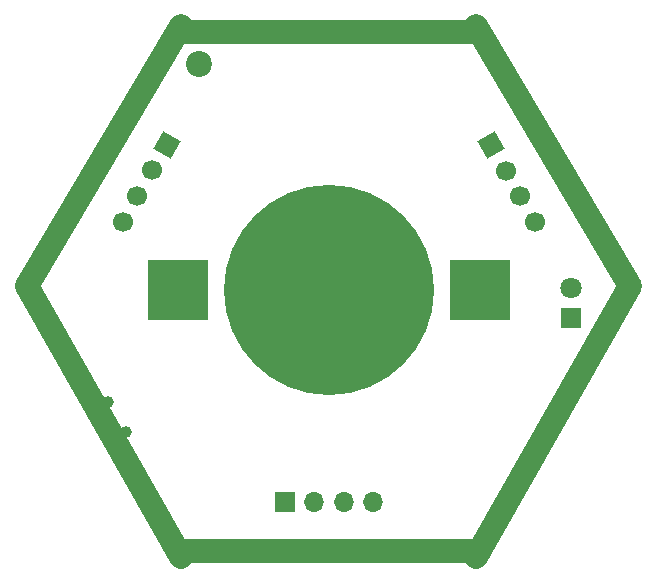
<source format=gbr>
%TF.GenerationSoftware,KiCad,Pcbnew,(6.0.5-0)*%
%TF.CreationDate,2022-06-08T15:29:45+08:00*%
%TF.ProjectId,dtl,64746c2e-6b69-4636-9164-5f7063625858,rev?*%
%TF.SameCoordinates,Original*%
%TF.FileFunction,Soldermask,Bot*%
%TF.FilePolarity,Negative*%
%FSLAX46Y46*%
G04 Gerber Fmt 4.6, Leading zero omitted, Abs format (unit mm)*
G04 Created by KiCad (PCBNEW (6.0.5-0)) date 2022-06-08 15:29:45*
%MOMM*%
%LPD*%
G01*
G04 APERTURE LIST*
G04 Aperture macros list*
%AMHorizOval*
0 Thick line with rounded ends*
0 $1 width*
0 $2 $3 position (X,Y) of the first rounded end (center of the circle)*
0 $4 $5 position (X,Y) of the second rounded end (center of the circle)*
0 Add line between two ends*
20,1,$1,$2,$3,$4,$5,0*
0 Add two circle primitives to create the rounded ends*
1,1,$1,$2,$3*
1,1,$1,$4,$5*%
%AMRotRect*
0 Rectangle, with rotation*
0 The origin of the aperture is its center*
0 $1 length*
0 $2 width*
0 $3 Rotation angle, in degrees counterclockwise*
0 Add horizontal line*
21,1,$1,$2,0,0,$3*%
G04 Aperture macros list end*
%ADD10C,2.000000*%
%ADD11RotRect,1.700000X1.700000X330.000000*%
%ADD12HorizOval,1.700000X0.000000X0.000000X0.000000X0.000000X0*%
%ADD13C,1.000000*%
%ADD14R,1.700000X1.700000*%
%ADD15O,1.700000X1.700000*%
%ADD16RotRect,1.700000X1.700000X30.000000*%
%ADD17HorizOval,1.700000X0.000000X0.000000X0.000000X0.000000X0*%
%ADD18R,1.800000X1.800000*%
%ADD19C,1.800000*%
%ADD20C,2.200000*%
%ADD21R,5.100000X5.100000*%
%ADD22C,17.800000*%
G04 APERTURE END LIST*
D10*
X65110000Y-82900000D02*
X52110000Y-59900000D01*
X90110000Y-37900000D02*
X103110000Y-59900000D01*
X52110000Y-59900000D02*
X65110000Y-37900000D01*
X90110000Y-82400000D02*
X65110000Y-82400000D01*
X103110000Y-59900000D02*
X90110000Y-82900000D01*
X65110000Y-38400000D02*
X90110000Y-38400000D01*
D11*
%TO.C,J2*%
X63920000Y-47974031D03*
D12*
X62670000Y-50139095D03*
X61420000Y-52304158D03*
X60170000Y-54469222D03*
%TD*%
D13*
%TO.C,SW1*%
X58927031Y-69727889D03*
X60427031Y-72325965D03*
%TD*%
D14*
%TO.C,J4*%
X73880000Y-78244927D03*
D15*
X76380000Y-78244927D03*
X78880000Y-78244927D03*
X81380000Y-78244927D03*
%TD*%
D16*
%TO.C,J8*%
X91335000Y-48019927D03*
D17*
X92585000Y-50184991D03*
X93835000Y-52350054D03*
X95085000Y-54515118D03*
%TD*%
D18*
%TO.C,D11*%
X98164400Y-62626327D03*
D19*
X98164400Y-60086327D03*
%TD*%
D20*
%TO.C,H1*%
X66610000Y-41150000D03*
%TD*%
D21*
%TO.C,BT3*%
X64830000Y-60264927D03*
X90430000Y-60264927D03*
D22*
X77630000Y-60264927D03*
%TD*%
M02*

</source>
